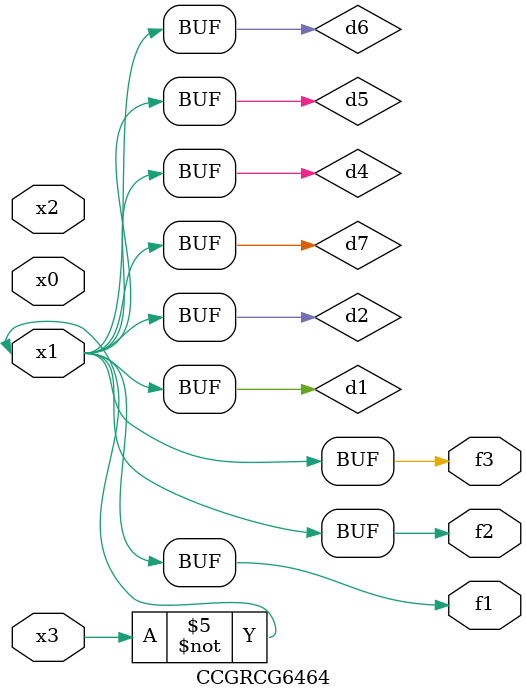
<source format=v>
module CCGRCG6464(
	input x0, x1, x2, x3,
	output f1, f2, f3
);

	wire d1, d2, d3, d4, d5, d6, d7;

	not (d1, x3);
	buf (d2, x1);
	xnor (d3, d1, d2);
	nor (d4, d1);
	buf (d5, d1, d2);
	buf (d6, d4, d5);
	nand (d7, d4);
	assign f1 = d6;
	assign f2 = d7;
	assign f3 = d6;
endmodule

</source>
